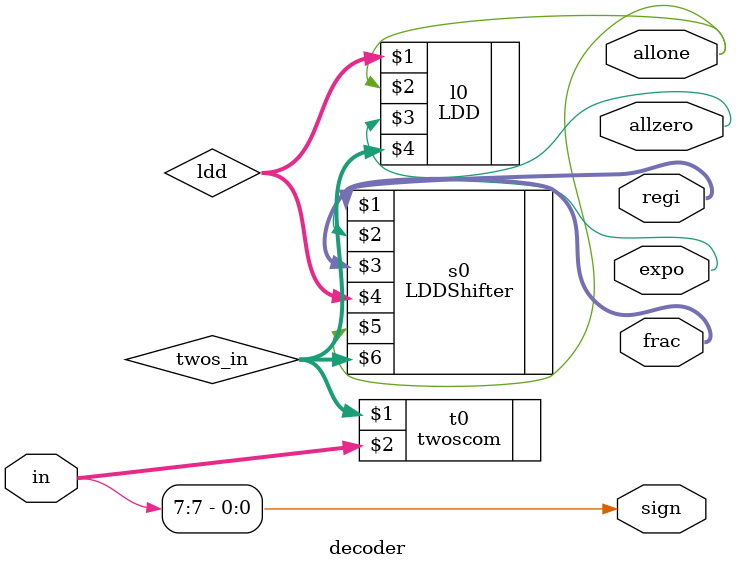
<source format=v>
module decoder(sign, regi, expo, frac, allone, allzero, in);
parameter n = 8;
parameter es = 1;
parameter rs = 4;//size of regi
parameter fs = n-es-3;//size of frac
parameter ls = n-2;//size of ldd

input [n-1:0] in;

output [rs-1:0] regi;
output [es-1:0] expo;
output [fs-1:0] frac;
output allone, allzero, sign;

wire [n-2:0] twos_in;
wire [ls-1:0] ldd;

assign sign = in[n-1];
twoscom t0(twos_in, in);
LDD l0(ldd, allone, allzero, twos_in);
LDDShifter s0(regi, expo, frac, ldd, allone, twos_in);

endmodule

</source>
